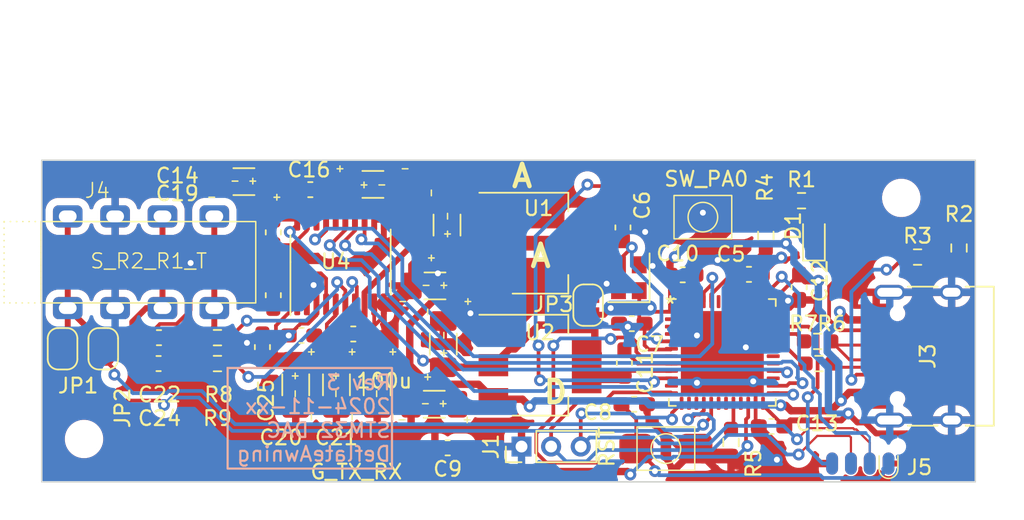
<source format=kicad_pcb>
(kicad_pcb (version 20240108) (generator "pcbnew") (generator_version "8.0")
  (title_block (date "2024-11-xx") (rev "Rev 3-dev"))
  (layers (0 "F.Cu" signal) (31 "B.Cu" signal) (34 "B.Paste" user) (35 "F.Paste" user) (36 "B.SilkS" user "B.Silkscreen") (37 "F.SilkS" user "F.Silkscreen") (38 "B.Mask" user) (39 "F.Mask" user) (44 "Edge.Cuts" user))
  (net 0 "")
  (net 1 "+5V")
  (net 2 "+3.3VA")
  (net 3 "GND")
  (net 4 "+3.3V")
  (net 5 "/microcontroller_sheet/NRST")
  (net 6 "/dac_sheet/LDOO_PIN")
  (net 7 "/microcontroller_sheet/UART_TX_MISO")
  (net 8 "/microcontroller_sheet/UART_RX_MOSI")
  (net 9 "/microcontroller_sheet/SWCLK")
  (net 10 "/microcontroller_sheet/SWDIO")
  (net 11 "/microcontroller_sheet/USB_DP")
  (net 12 "/microcontroller_sheet/USB_DN")
  (net 13 "/dac_sheet/LRCK")
  (net 14 "/dac_sheet/BCK")
  (net 15 "/dac_sheet/DIN")
  (net 16 "/dac_sheet/MUTE_CONTROL")
  (net 17 "/dac_sheet/JACK_MIC")
  (net 18 "/microcontroller_sheet/MIC_IN_1")
  (net 19 "/microcontroller_sheet/MIC_IN_2")
  (net 20 "Net-(U3-BOOT0)")
  (net 21 "Net-(U3-PH0)")
  (net 22 "Net-(U3-PH1)")
  (net 23 "Net-(U3-VCAP1)")
  (net 24 "Net-(U4-CAPM)")
  (net 25 "Net-(U4-CAPP)")
  (net 26 "Net-(U4-VNEG)")
  (net 27 "Net-(C22-Pad1)")
  (net 28 "Net-(C24-Pad1)")
  (net 29 "Net-(D1-A)")
  (net 30 "Net-(J3-CC1)")
  (net 31 "Net-(J3-CC2)")
  (net 34 "Net-(U3-PB2)")
  (net 35 "Net-(U3-PA11)")
  (net 36 "Net-(U3-PA12)")
  (net 37 "Net-(U4-OUTL)")
  (net 38 "Net-(U4-OUTR)")
  (net 39 "Net-(U3-PA0)")
  (footprint "Crystal:Crystal_SMD_2520-4Pin_2.5x2.0mm" (layer "F.Cu") (at 135.5 93.2 90)
    (property "Reference" "Y1" (hide yes))
    (property "Value" "25MHz, 9pF")
  )
  (footprint "0_project_fp_lib:C_1206_3216Metric_Pad1.33x1.80mm_HandSolder_Polar" (layer "F.Cu") (at 123.2175 89.6375 90)
    (property "Reference" "C2" (hide yes))
    (property "Value" "10u")
  )
  (footprint "Resistor_SMD:R_0603_1608Metric_Pad0.98x0.95mm_HandSolder" (layer "F.Cu") (at 157.8 91.1875 90)
    (property "Reference" "R2")
    (property "Value" "5.1k")
  )
  (footprint "Capacitor_SMD:C_0603_1608Metric_Pad1.08x0.95mm_HandSolder" (layer "F.Cu") (at 103.7625 97.25 180)
    (property "Reference" "C22")
    (property "Value" "2.2u")
  )
  (footprint "0_project_fp_lib:3.5mmHeadphoneTRRS_THT" (layer "F.Cu") (at 103.05 92.15)
    (property "Reference" "J4")
    (property "Value" "AudioJack4")
  )
  (footprint "Resistor_SMD:R_0603_1608Metric_Pad0.98x0.95mm_HandSolder" (layer "F.Cu") (at 148.25 97.5)
    (property "Reference" "R7")
    (property "Value" "10")
  )
  (footprint "Capacitor_SMD:C_0603_1608Metric_Pad1.08x0.95mm_HandSolder" (layer "F.Cu") (at 139.1375 93)
    (property "Reference" "C10")
    (property "Value" "0.1u")
  )
  (footprint "Package_TO_SOT_SMD:SOT-223-3_TabPin2" (layer "F.Cu") (at 129.5 99.11)
    (property "Reference" "U2")
    (property "Value" "AP1117-33")
  )
  (footprint "0_project_fp_lib:C_1206_3216Metric_Pad1.33x1.80mm_HandSolder_Polar" (layer "F.Cu") (at 122.355 101.75 180)
    (property "Reference" "C3" (hide yes))
    (property "Value" "10u")
  )
  (footprint "Capacitor_SMD:C_0603_1608Metric_Pad1.08x0.95mm_HandSolder" (layer "F.Cu") (at 111.485 90.13 -90)
    (property "Reference" "C14")
    (property "Value" "0.1u")
  )
  (footprint "Resistor_SMD:R_0603_1608Metric_Pad0.98x0.95mm_HandSolder" (layer "F.Cu") (at 155 91.8)
    (property "Reference" "R3")
    (property "Value" "5.1k")
  )
  (footprint "Capacitor_SMD:C_0603_1608Metric_Pad1.08x0.95mm_HandSolder" (layer "F.Cu") (at 113.985 87.2425 180)
    (property "Reference" "C16")
    (property "Value" "0.1u")
  )
  (footprint "0_project_fp_lib:PushButtonSMD_2.93x3.9" (layer "F.Cu") (at 138 104.75)
    (property "Reference" "SW1" (hide yes))
    (property "Value" "SW_Push")
  )
  (footprint "0_project_fp_lib:C_1206_3216Metric_Pad1.33x1.80mm_HandSolder_Polar" (layer "F.Cu") (at 109.5 86.7 180)
    (property "Reference" "C15" (hide yes))
    (property "Value" "10u")
  )
  (footprint "Resistor_SMD:R_0603_1608Metric_Pad0.98x0.95mm_HandSolder" (layer "F.Cu") (at 107.7125 97.25 180)
    (property "Reference" "R8")
    (property "Value" "470")
  )
  (footprint "Connector_PinHeader_2.00mm:PinHeader_1x03_P2.00mm_Vertical" (layer "F.Cu") (at 128.25 104.61 90)
    (property "Reference" "J1")
    (property "Value" "Conn_01x03")
  )
  (footprint "Package_DFN_QFN:QFN-48-1EP_7x7mm_P0.5mm_EP5.6x5.6mm" (layer "F.Cu") (at 141.8125 98.25)
    (property "Reference" "U3" (hide yes))
    (property "Value" "STM32F411CEUx")
  )
  (footprint "LED_SMD:LED_0603_1608Metric_Pad1.05x0.95mm_HandSolder" (layer "F.Cu") (at 148 90.375 90)
    (property "Reference" "D1")
    (property "Value" "LED")
  )
  (footprint "Connector_USB:USB_C_Receptacle_HRO_TYPE-C-31-M-12" (layer "F.Cu") (at 156.25 98.5 90)
    (property "Reference" "J3")
    (property "Value" "USB_C_Receptacle_USB2.0")
  )
  (footprint "Capacitor_SMD:C_0603_1608Metric_Pad1.08x0.95mm_HandSolder" (layer "F.Cu") (at 110.75 97.8875 90)
    (property "Reference" "C25")
    (property "Value" "0.1u")
  )
  (footprint "Resistor_SMD:R_0603_1608Metric_Pad0.98x0.95mm_HandSolder" (layer "F.Cu") (at 142.4 104.3375 90)
    (property "Reference" "R5")
    (property "Value" "10k")
  )
  (footprint "Capacitor_SMD:C_0603_1608Metric_Pad1.08x0.95mm_HandSolder" (layer "F.Cu") (at 135.2 98.9625 90)
    (property "Reference" "C11")
    (property "Value" "0.1u")
  )
  (footprint "Capacitor_SMD:C_0603_1608Metric_Pad1.08x0.95mm_HandSolder" (layer "F.Cu") (at 135.1 89.8 -90)
    (property "Reference" "C6")
    (property "Value" "12p")
  )
  (footprint "Resistor_SMD:R_0603_1608Metric_Pad0.98x0.95mm_HandSolder" (layer "F.Cu") (at 144.75 90.3375 -90)
    (property "Reference" "R4")
    (property "Value" "10k")
  )
  (footprint "Capacitor_SMD:C_0603_1608Metric_Pad1.08x0.95mm_HandSolder" (layer "F.Cu") (at 135.7 96.3)
    (property "Reference" "C7")
    (property "Value" "12p")
  )
  (footprint "0_project_fp_lib:C_1206_3216Metric_Pad1.33x1.80mm_HandSolder_Polar" (layer "F.Cu") (at 118.5 100.4375 -90)
    (property "Reference" "C18" (hide yes))
    (property "Value" "100u")
  )
  (footprint "Resistor_SMD:R_0603_1608Metric_Pad0.98x0.95mm_HandSolder" (layer "F.Cu") (at 148.3375 99)
    (property "Reference" "R6")
    (property "Value" "10")
  )
  (footprint "Capacitor_SMD:C_0603_1608Metric_Pad1.08x0.95mm_HandSolder" (layer "F.Cu") (at 116.8875 97)
    (property "Reference" "C21")
    (property "Value" "0.1u")
  )
  (footprint "0_project_fp_lib:C_1206_3216Metric_Pad1.33x1.80mm_HandSolder_Polar" (layer "F.Cu") (at 118.2125 86.8875)
    (property "Reference" "C17" (hide yes))
    (property "Value" "10u")
  )
  (footprint "0_project_fp_lib:C_1206_3216Metric_Pad1.33x1.80mm_HandSolder_Polar" (layer "F.Cu") (at 113 100.4375 -90)
    (property "Reference" "C26" (hide yes))
    (property "Value" "10u")
  )
  (footprint "Capacitor_SMD:C_0603_1608Metric_Pad1.08x0.95mm_HandSolder" (layer "F.Cu") (at 135.8625 101.75 180)
    (property "Reference" "C8")
    (property "Value" "0.1u")
  )
  (footprint "Jumper:SolderJumper-2_P1.3mm_Open_RoundedPad1.0x1.5mm" (layer "F.Cu") (at 100 98 90)
    (property "Reference" "JP2")
    (property "Value" "SolderJumper_2_Open")
  )
  (footprint "MountingHole:MountingHole_2.2mm_M2" (layer "F.Cu") (at 98.7 104.1)
    (property "Reference" "H1" (hide yes))
    (property "Value" "MountingHole")
  )
  (footprint "Capacitor_SMD:C_0603_1608Metric_Pad1.08x0.95mm_HandSolder" (layer "F.Cu") (at 147 93.8375 -90)
    (property "Reference" "C12")
    (property "Value" "0.1u")
  )
  (footprint "Resistor_SMD:R_0603_1608Metric_Pad0.98x0.95mm_HandSolder" (layer "F.Cu") (at 147.1625 87.99)
    (property "Reference" "R1")
    (property "Value" "5k1")
  )
  (footprint "Jumper:SolderJumper-2_P1.3mm_Open_RoundedPad1.0x1.5mm" (layer "F.Cu") (at 132.75 95.05 -90)
    (property "Reference" "JP3")
    (property "Value" "SolderJumper_2_Open")
  )
  (footprint "Capacitor_SMD:C_0603_1608Metric_Pad1.08x0.95mm_HandSolder" (layer "F.Cu") (at 111.485 94.38 90)
    (property "Reference" "C19")
    (property "Value" "2.2u")
  )
  (footprint "0_project_fp_lib:PushButtonSMD_2.93x3.9" (layer "F.Cu") (at 140.5 89.1)
    (property "Reference" "SW2" (hide yes))
    (property "Value" "SW_Push")
  )
  (footprint "Capacitor_SMD:C_0603_1608Metric_Pad1.08x0.95mm_HandSolder" (layer "F.Cu") (at 145.1375 103.25 180)
    (property "Reference" "C13")
    (property "Value" "0.1u")
  )
  (footprint "0_project_fp_lib:C_1206_3216Metric_Pad1.33x1.80mm_HandSolder_Polar" (layer "F.Cu") (at 115.75 100.4375 -90)
    (property "Reference" "C23" (hide yes))
    (property "Value" "10u")
  )
  (footprint "Jumper:SolderJumper-2_P1.3mm_Open_RoundedPad1.0x1.5mm" (layer "F.Cu") (at 97.25 98 90)
    (property "Reference" "JP1")
    (property "Value" "SolderJumper_2_Open")
  )
  (footprint "Resistor_SMD:R_0603_1608Metric_Pad0.98x0.95mm_HandSolder" (layer "F.Cu") (at 107.7125 99 180)
    (property "Reference" "R9")
    (property "Value" "470")
  )
  (footprint "Package_SO:TSSOP-20_4.4x6.5mm_P0.65mm" (layer "F.Cu") (at 116.025 92.1375 90)
    (property "Reference" "U4")
    (property "Value" "PCM5102A")
  )
  (footprint "0_project_fp_lib:C_1206_3216Metric_Pad1.33x1.80mm_HandSolder_Polar" (layer "F.Cu") (at 122.9675 97.6875 90)
    (property "Reference" "C4" (hide yes))
    (property "Value" "10u")
  )
  (footprint "0_project_fp_lib:C_1206_3216Metric_Pad1.33x1.80mm_HandSolder_Polar" (layer "F.Cu") (at 122.405 93.75 180)
    (property "Reference" "C1" (hide yes))
    (property "Value" "10u")
  )
  (footprint "Capacitor_SMD:C_0603_1608Metric_Pad1.08x0.95mm_HandSolder" (layer "F.Cu") (at 143.6125 92.97 180)
    (property "Reference" "C5")
    (property "Value" "0.1u")
  )
  (footprint "Package_TO_SOT_SMD:SOT-223-3_TabPin2" (layer "F.Cu") (at 129.5 90.86)
    (property "Reference" "U1")
    (property "Value" "AP1117-33")
  )
  (footprint "Capacitor_SMD:C_0603_1608Metric_Pad1.08x0.95mm_HandSolder" (layer "F.Cu") (at 103.7375 99 180)
    (property "Reference" "C24")
    (property "Value" "2.2u")
  )
  (footprint "Capacitor_SMD:C_0603_1608Metric_Pad1.08x0.95mm_HandSolder" (layer "F.Cu") (at 123.2625 104.7 180)
    (property "Reference" "C9")
    (property "Value" "2.2u")
  )
  (footprint "0_project_fp_lib:SOIC_clipProgSmall" (layer "F.Cu") (at 151.135 106.51)
    (property "Reference" "J5")
    (property "Value" "Conn_01x08")
  )
  (footprint "Capacitor_SMD:C_0603_1608Metric_Pad1.08x0.95mm_HandSolder" (layer "F.Cu") (at 113.3875 97.1 180)
    (property "Reference" "C20")
    (property "Value" "2.2u")
  )
  (footprint "MountingHole:MountingHole_2.2mm_M2" (layer "F.Cu") (at 153.9 87.8)
    (property "Reference" "H2" (hide yes))
    (property "Value" "MountingHole")
  )
  (gr_rect (start 108.4 99.3) (end 119.5 106.1) (stroke (width 0.15)) (fill none) (layer "B.SilkS"))
  (gr_rect (start 95.85 85.25) (end 158.9 107) (stroke (width 0.1)) (fill none) (layer "Edge.Cuts"))
  (gr_text "Rev 3\n2024-11-xx\nSTM32 DAC\nDeflateAwning" (at 119.5 105.7 0) (layer "B.SilkS") (effects (font (size 1 1)) (justify left bottom mirror)))
  (gr_text "A" (at 128.7 92.6 0) (layer "F.SilkS") (effects (font (size 1.5 1.5) (thickness 0.3) (bold yes)) (justify left bottom)))
  (gr_text "D" (at 129.6 101.8 0) (layer "F.SilkS") (effects (font (size 1.5 1.5) (thickness 0.3) (bold yes)) (justify left bottom)))
  (gr_text "RST" (at 134.6 106.1 90) (layer "F.SilkS") (effects (font (size 1 1)) (justify left bottom)))
  (gr_text "G_TX_RX" (at 113.9 106.9 0) (layer "F.SilkS") (effects (font (size 1 1)) (justify left bottom)))
  (gr_text "SW_PA0" (at 137.8 87.1 0) (layer "F.SilkS") (effects (font (size 1 1)) (justify left bottom)))
  (gr_text "*" (at 138.3 95 0) (layer "F.SilkS") (effects (font (size 1 1))))
  (gr_text "100u" (at 117 100.75 0) (layer "F.SilkS") (effects (font (size 1 1)) (justify left bottom)))
  (gr_text "A" (at 127.45 87.2 0) (layer "F.SilkS") (effects (font (size 1.5 1.5) (thickness 0.3) (bold yes)) (justify left bottom)))
  (segment (start 146.090854 101.8245) (end 146.456354 102.19) (width 0.5) (layer "F.Cu") (net 1))
  (segment (start 123.9675 93.75) (end 125.76 93.75) (width 0.5) (layer "F.Cu") (net 1))
  (segment (start 126.35 101.41) (end 128.31 101.41) (width 0.5) (layer "F.Cu") (net 1))
  (segment (start 146.456354 102.19) (end 149.139516 102.19) (width 0.5) (layer "F.Cu") (net 1))
  (segment (start 149.139516 102.19) (end 149.829516 101.5) (width 0.5) (layer "F.Cu") (net 1))
  (segment (start 150.3 96.05) (end 152.205 96.05) (width 0.5) (layer "F.Cu") (net 1))
  (segment (start 126.35 101.41) (end 125.34 100.4) (width 0.5) (layer "F.Cu") (net 1))
  (segment (start 120.7 99.102082) (end 120.7 96.333122) (width 0.5) (layer "F.Cu") (net 1))
  (segment (start 128.31 101.41) (end 128.8 101.9) (width 0.5) (layer "F.Cu") (net 1))
  (segment (start 121.997918 100.4) (end 120.7 99.102082) (width 0.5) (layer "F.Cu") (net 1))
  (segment (start 126.01 101.75) (end 126.35 101.41) (width 0.5) (layer "F.Cu") (net 1))
  (segment (start 149.829516 101.5) (end 150.379516 100.95) (width 0.5) (layer "F.Cu") (net 1))
  (segment (start 125.76 93.75) (end 126.35 93.16) (width 0.5) (layer "F.Cu") (net 1))
  (segment (start 123.9175 101.75) (end 126.01 101.75) (width 0.5) (layer "F.Cu") (net 1))
  (segment (start 149.75 95.5) (end 150.3 96.05) (width 0.5) (layer "F.Cu") (net 1))
  (segment (start 120.7 96.333122) (end 123.283122 93.75) (width 0.5) (layer "F.Cu") (net 1))
  (segment (start 125.34 100.4) (end 121.997918 100.4) (width 0.5) (layer "F.Cu") (net 1))
  (segment (start 145.75 101.8245) (end 146.090854 101.8245) (width 0.5) (layer "F.Cu") (net 1))
  (segment (start 150.379516 100.95) (end 152.205 100.95) (width 0.5) (layer "F.Cu") (net 1))
  (segment (start 123.283122 93.75) (end 123.9675 93.75) (width 0.5) (layer "F.Cu") (net 1))
  (via (at 145.75 101.8245) (size 0.8) (drill 0.4) (layers "F.Cu" "B.Cu") (net 1))
  (via (at 149.829516 101.5) (size 0.8) (drill 0.4) (layers "F.Cu" "B.Cu") (net 1))
  (via (at 128.8 101.9) (size 0.8) (drill 0.4) (layers "F.Cu" "B.Cu") (net 1))
  (via (at 149.75 95.5) (size 0.8) (drill 0.4) (layers "F.Cu" "B.Cu") (net 1))
  (segment (start 149.680016 98.980892) (end 149.680016 101.3505) (width 0.5) (layer "B.Cu") (net 1))
  (segment (start 129.1745 101.5255) (end 128.8 101.9) (width 0.5) (layer "B.Cu") (net 1))
  (segment (start 145.75 101.8245) (end 145.726 101.8005) (width 0.5) (layer "B.Cu") (net 1))
  (segment (start 149.75 96.142032) (end 148.9 96.992032) (width 0.5) (layer "B.Cu") (net 1))
  (segment (start 149.680016 101.3505) (end 149.829516 101.5) (width 0.5) (layer "B.Cu") (net 1))
  (segment (start 145.726 101.8005) (end 136.9 101.8005) (width 0.5) (layer "B.Cu") (net 1))
  (segment (start 149.75 95.5) (end 149.75 96.142032) (width 0.5) (layer "B.Cu") (net 1))
  (segment (start 136.9 101.8005) (end 136.625 101.5255) (width 0.5) (layer "B.Cu") (net 1))
  (segment (start 148.9 96.992032) (end 148.9 98.200875) (width 0.5) (layer "B.Cu") (net 1))
  (segment (start 136.625 101.5255) (end 129.1745 101.5255) (width 0.5) (layer "B.Cu") (net 1))
  (segment (start 148.9 98.200875) (end 149.680016 98.980892) (width 0.5) (layer "B.Cu") (net 1))
  (segment (start 111.6625 96.4375) (end 111.6625 98.3125) (width 0.25) (layer "F.Cu") (net 2))
  (segment (start 117.65 95) (end 117.65 95.797378) (width 0.4) (layer "F.Cu") (net 2))
  (segment (start 111.6625 98.3125) (end 112.225 98.875) (width 0.25) (layer "F.Cu") (net 2))
  (segment (start 132.65 90.86) (end 132.65 94.3) (width 1) (layer "F.Cu") (net 2))
  (segment (start 132.65 90.86) (end 126.35 90.86) (width 1) (layer "F.Cu") (net 2))
  (segment (start 112.225 98.875) (end 113 98.875) (width 0.25) (layer "F.Cu") (net 2))
  (segment (start 126.35 90.86) (end 123.5575 90.86) (width 1) (layer "F.Cu") (net 2))
  (segment (start 126.01 91.2) (end 126.35 90.86) (width 0.5) (layer "F.Cu") (net 2))
  (segment (start 116.025 97) (end 116.025 98.65) (width 1) (layer "F.Cu") (net 2))
  (segment (start 116.025 98.65) (end 116.25 98.875) (width 1) (layer "F.Cu") (net 2))
  (segment (start 117.309878 96.1375) (end 116.8875 96.1375) (width 0.4) (layer "F.Cu") (net 2))
  (segment (start 112.875 98.75) (end 113 98.875) (width 1) (layer "F.Cu") (net 2))
  (segment (start 117.65 94.202622) (end 120.652622 91.2) (width 0.4) (layer "F.Cu") (net 2))
  (segment (start 132.65 94.3) (end 132.75 94.4) (width 1) (layer "F.Cu") (net 2))
  (segment (start 117.65 95) (end 117.65 94.202622) (width 0.4) (layer "F.Cu") (net 2))
  (segment (start 118.5 98.875) (end 115.75 98.875) (width 1) (layer "F.Cu") (net 2))
  (segment (start 113.1 95) (end 111.6625 96.4375) (width 0.25) (layer "F.Cu") (net 2))
  (segment (start 116.8875 96.1375) (end 116.025 97) (width 0.4) (layer "F.Cu") (net 2))
  (segment (start 110.75 98.75) (end 112.875 98.75) (width 1) (layer "F.Cu") (net 2))
  (segment (start 117.65 95.797378) (end 117.309878 96.1375) (width 0.4) (layer "F.Cu") (net 2))
  (segment (start 120.652622 91.2) (end 123.2175 91.2) (width 0.4) (layer "F.Cu") (net 2))
  (segment (start 123.5575 90.86) (end 123.2175 91.2) (width 0.5) (layer "F.Cu") (net 2))
  (segment (start 113 98.875) (end 116.25 98.875) (width 1) (layer "F.Cu") (net 2))
  (segment (start 146.2 95.3) (end 146.0125 95.4875) (width 0.25) (layer "F.Cu") (net 3))
  (segment (start 134.8 94.075) (end 134.475 94.075) (width 0.25) (layer "F.Cu") (net 3))
  (segment (start 113.325 96.3) (end 112.525 97.1) (width 0.25) (layer "F.Cu") (net 3))
  (segment (start 110.281014 97.025) (end 109.705222 97.600792) (width 0.25) (layer "F.Cu") (net 3))
  (segment (start 124.275 96.125) (end 124.8 95.6) (width 0.25) (layer "F.Cu") (net 3))
  (segment (start 139.5625 96) (end 140.1 96.5375) (width 0.25) (layer "F.Cu") (net 3))
  (segment (start 139.5625 94.8125) (end 139.5625 96) (width 0.25) (layer "F.Cu") (net 3))
  (segment (start 144.275 103.25) (end 144.0625 103.0375) (width 0.25) (layer "F.Cu") (net 3))
  (segment (start 110.75 97.025) (end 110.281014 97.025) (width 0.25) (layer "F.Cu") (net 3))
  (segment (start 147 94.7) (end 146.4 95.3) (width 0.25) (layer "F.Cu") (net 3))
  (segment (start 118.95 95) (end 119.5925 95) (width 1) (layer "F.Cu") (net 3))
  (segment (start 140.1 97.1) (end 140.6625 97.1) (width 0.25) (layer "F.Cu") (net 3))
  (segment (start 139.5625 93.4375) (end 139.5625 94.8125) (width 0.25) (layer "F.Cu") (net 3))
  (segment (start 115.7 89.275) (end 115.7 88.537501) (width 0.25) (layer "F.Cu") (net 3))
  (segment (start 143.7625 100.2) (end 141.8125 98.25) (width 0.25) (layer "F.Cu") (net 3))
  (segment (start 142.825 105.675) (end 145.325 105.675) (width 1) (layer "F.Cu") (net 3))
  (segment (start 118.95 95.8) (end 118.95 95) (width 0.25) (layer "F.Cu") (net 3))
  (segment (start 144.0625 96) (end 141.8125 98.25) (width 0.25) (layer "F.Cu") (net 3))
  (segment (start 118.3 96.45) (end 118.3 95) (width 0.25) (layer "F.Cu") (net 3))
  (segment (start 113.75 87.87) (end 113.75 89.275) (width 0.25) (layer "F.Cu") (net 3))
  (segment (start 140.5 105.25) (end 140 104.75) (width 1) (layer "F.Cu") (net 3))
  (segment (start 117.75 97) (end 118.3 96.45) (width 0.25) (layer "F.Cu") (net 3))
  (segment (start 136.1 99) (end 138.375 99) (width 0.25) (layer "F.Cu") (net 3))
  (segment (start 137.025 92.325) (end 137.1 92.4) (width 0.25) (layer "F.Cu") (net 3))
  (segment (start 103.825 96.325) (end 104.95 96.325) (width 0.25) (layer "F.Cu") (net 3))
  (segment (start 146.4 95.3) (end 146.2 95.3) (width 0.25) (layer "F.Cu") (net 3))
  (segment (start 140 93) (end 140 92.25) (width 0.5) (layer "F.Cu") (net 3))
  (segment (start 136.2 92.325) (end 137.025 92.325) (width 0.25) (layer "F.Cu") (net 3))
  (segment (start 143.9 100.2) (end 143.7625 100.2) (width 0.25) (layer "F.Cu") (net 3))
  (segment (start 134.475 94.075) (end 134 93.6) (width 0.25) (layer "F.Cu") (net 3))
  (segment (start 115.7 88.537501) (end 116.037501 88.2) (width 0.25) (layer "F.Cu") (net 3))
  (segment (start 116.037501 88.2) (end 118.4625 88.2) (width 0.25) (layer "F.Cu") (net 3))
  (segment (start 114.4 95) (end 114.4 93.887902) (width 0.25) (layer "F.Cu") (net 3))
  (segment (start 145.5 105.5) (end 145.5 104.867579) (width 1) (layer "F.Cu") (net 3))
  (segment (start 145.5 104.867579) (end 144.275 103.642579) (width 1) (layer "F.Cu") (net 3))
  (segment (start 122.9675 96.125) (end 124.275 96.125) (width 0.25) (layer "F.Cu") (net 3))
  (segment (start 113.75 89.275) (end 113.75 90.012499) (width 0.25) (layer "F.Cu") (net 3))
  (segment (start 141.0625 99) (end 141.8125 98.25) (width 0.25) (layer "F.Cu") (net 3))
  (segment (start 114.4 93.887902) (end 114.206049 93.693951) (width 0.25) (layer "F.Cu") (net 3))
  (segment (start 117.75 97) (end 118.95 95.8) (width 0.25) (layer "F.Cu") (net 3))
  (segment (start 136.725 101.75) (end 136.725 102.618) (width 0.25) (layer "F.Cu") (net 3))
  (segment (start 113.1225 87.2425) (end 113.75 87.87) (width 0.25) (layer "F.Cu") (net 3))
  (segment (start 135.425 96.511613) (end 135.213387 96.3) (width 0.25) (layer "F.Cu") (net 3))
  (segment (start 145.73724 96) (end 145.25 96) (width 0.25) (layer "F.Cu") (net 3))
  (segment (start 138.375 99) (end 141.0625 99) (width 0.25) (layer "F.Cu") (net 3))
  (segment (start 142.4 105.25) (end 140.5 105.25) (width 1) (layer "F.Cu") (net 3))
  (segment (start 142.5 89.75) (end 142.5 89.1) (width 0.5) (layer "F.Cu") (net 3))
  (segment (start 140 104.75) (end 140.3125 104.4375) (width 0.25) (layer "F.Cu") (net 3))
  (segment (start 123.2175 88.075) (end 125.865 88.075) (width 1) (layer "F.Cu") (net 3))
  (segment (start 144.0625 101.6875) (end 144.0625 100.5) (width 0.25) (layer "F.Cu") (net 3))
  (segment (start 138.857 104.75) (end 140 104.75) (width 0.25) (layer "F.Cu") (net 3))
  (segment (start 142.4 105.25) (end 142.825 105.675) (width 1) (layer "F.Cu") (net 3))
  (segment (start 118.95 87.7125) (end 119.775 86.8875) (width 0.25) (layer "F.Cu") (net 3))
  (segment (start 135.213387 96.3) (end 134.8375 96.3) (width 0.25) (layer "F.Cu") (net 3))
  (segment (start 125.865 88.075) (end 126.35 88.56) (width 1) (layer "F.Cu") (net 3))
  (segment (start 114.4 95) (end 114.4 95.737499) (width 0.25) (layer "F.Cu") (net 3))
  (segment (start 145.619502 91.825498) (end 144.475 92.97) (width 0.4) (layer "F.Cu") (net 3))
  (segment (start 145.325 105.675) (end 145.5 105.5) (width 1) (layer "F.Cu") (net 3))
  (segment (start 143.9 100.3375) (end 143.9 100.2) (width 0.25) (layer "F.Cu") (net 3))
  (segment (start 146.950201 94.749799) (end 147 94.7) (width 0.4) (layer "F.Cu") (net 3))
  (segment (start 102.9 97.25) (end 103.825 96.325) (width 0.25) (layer "F.Cu") (net 3))
  (segment (start 118.4625 88.2) (end 119.775 86.8875) (width 0.25) (layer "F.Cu") (net 3))
  (segment (start 118.95 89.275) (end 118.95 87.7125) (width 0.25) (layer "F.Cu") (net 3))
  (segment (start 120.8425 93.75) (end 121.75 93.75) (width 0.25) (layer "F.Cu") (net 3))
  (segment (start 144.0625 100.5) (end 143.9 100.3375) (width 0.25) (layer "F.Cu") (net 3))
  (segment (start 114.4 95.737499) (end 113.837499 96.3) (width 0.25) (layer "F.Cu") (net 3))
  (segment (start 144.0625 103.0375) (end 144.0625 101.6875) (width 0.25) (layer "F.Cu") (net 3))
  (segment (start 118.3 88.3625) (end 119.775 86.8875) (width 0.25) (layer "F.Cu") (net 3))
  (segment (start 113.837499 96.3) (end 113.325 96.3) (width 0.25) (layer "F.Cu") (net 3))
  (segment (start 140.6625 97.1) (end 141.8125 98.25) (width 0.25) (layer "F.Cu") (net 3))
  (segment (start 140 92.25) (end 142.5 89.75) (width 0.5) (layer "F.Cu") (net 3))
  (segment (start 119.5925 95) (end 120.8425 93.75) (width 1) (layer "F.Cu") (net 3))
  (segment (start 146.0125 95.72474) (end 145.73724 96) (width 0.25) (layer "F.Cu") (net 3))
  (segment (start 144.275 103.642579) (end 144.275 103.25) (width 1) (layer "F.Cu") (net 3))
  (segment (start 136.725 102.618) (end 138.857 104.75) (width 0.25) (layer "F.Cu") (net 3))
  (segment (start 146.0125 95.4875) (end 146.0125 95.72474) (width 0.25) (layer "F.Cu") (net 3))
  (segment (start 140.1 96.5375) (end 140.1 97.1) (width 0.25) (layer "F.Cu") (net 3))
  (segment (start 146.249799 94.749799) (end 146.950201 94.749799) (width 0.4) (layer "F.Cu") (net 3))
  (segment (start 104.95 96.325) (end 105.9 95.375) (width 0.25) (layer "F.Cu") (net 3))
  (segment (start 112.769999 90.9925) (end 111.485 90.9925) (width 0.25) (layer "F.Cu") (net 3))
  (segment (start 121.75 93.75) (end 122.6 92.9) (width 0.25) (layer "F.Cu") (net 3))
  (segment (start 113.75 90.012499) (end 112.769999 90.9925) (width 0.25) (layer "F.Cu") (net 3))
  (segment (start 145.8005 91.825498) (end 145.619502 91.825498) (width 0.4) (layer "F.Cu") (net 3))
  (segment (start 145.25 96) (end 144.0625 96) (width 0.25) (layer "F.Cu") (net 3))
  (segment (start 105.9 95.375) (end 105.9 92.2) (width 0.25) (layer "F.Cu") (net 3))
  (segment (start 135.2 98.1) (end 136.1 99) (width 0.25) (layer "F.Cu") (net 3))
  (segment (start 118.3 89.275) (end 118.3 88.3625) (width 0.25) (layer "F.Cu") (net 3))
  (segment (start 140 93) (end 139.5625 93.4375) (width 0.25) (layer "F.Cu") (net 3))
  (via (at 146.249799 94.749799) (size 0.8) (drill 0.4) (layers "F.Cu" "B.Cu") (net 3))
  (via (at 135.425 96.511613) (size 0.8) (drill 0.4) (layers "F.Cu" "B.Cu") (net 3))
  (via (at 145.8005 91.825498) (size 0.8) (drill 0.4) (layers "F.Cu" "B.Cu") (net 3))
  (via (at 114.206049 93.693951) (size 0.8) (drill 0.4) (layers "F.Cu" "B.Cu") (net 3))
  (via (at 124.8 95.6) (size 0.8) (drill 0.4) (layers "F.Cu" "B.Cu") (net 3))
  (via (at 134 93.6) (size 0.8) (drill 0.4) (layers "F.Cu" "B.Cu") (net 3))
  (via (at 105.9 92.2) (size 0.8) (drill 0.4) (layers "F.Cu" "B.Cu") (net 3))
  (via (at 140.1 97.1) (size 0.8) (drill 0.4) (layers "F.Cu" "B.Cu") (net 3))
  (via (at 140.1 100.3) (size 0.8) (drill 0.4) (layers "F.Cu" "B.Cu") (net 3))
  (via (at 141.5 92) (size 0.8) (drill 0.4) (layers "F.Cu" "B.Cu") (net 3))
  (via (at 143.4 97.9) (size 0.8) (drill 0.4) (layers "F.Cu" "B.Cu") (net 3))
  (via (at 136.6 90.1) (size 0.8) (drill 0.4) (layers "F.Cu" "B.Cu") (net 3))
  (via (at 145.5 105.5) (size 0.8) (drill 0.4) (layers "F.Cu" "B.Cu") (net 3))
  (via (at 112.525 97.1) (size 0.8) (drill 0.4) (layers "F.Cu" "B.Cu") (net 3))
  (via (at 137.1 92.4) (size 0.8) (drill 0.4) (layers "F.Cu" "B.Cu") (net 3))
  (via (at 143.9 100.2) (size 0.8) (drill 0.4) (layers "F.Cu" "B.Cu") (net 3))
  (via (at 122.6 92.9) (size 0.8) (drill 0.4) (layers "F.Cu" "B.Cu") (net 3))
  (via (at 140.5 88.8) (size 0.8) (drill 0.4) (layers "F.Cu" "B.Cu") (net 3))
  (via (at 109.705222 97.600792) (size 0.8) (drill 0.4) (layers "F.Cu" "B.Cu") (net 3))
  (segment (start 133.611613 96.511613) (end 133.4 96.3) (width 0.25) (layer "B.Cu") (net 3))
  (segment (start 135.425 96.511613) (end 133.611613 96.511613) (width 0.25) (layer "B.Cu") (net 3))
  (segment (start 150.321248 102.370749) (end 150.930499 102.98) (width 0.4) (layer "F.Cu") (net 4))
  (segment (start 127.45 98.01) (end 127.8 98.01) (width 0.5) (layer "F.Cu") (net 4))
  (segment (start 138.275 92.125) (end 138.275 93) (width 0.5) (layer "F.Cu") (net 4))
  (segment (start 122.5175 98.8) (end 122.9675 99.25) (width 0.25) (layer "F.Cu") (net 4))
  (segment (start 135.2 99.825) (end 133.365 99.825) (width 1) (layer "F.Cu") (net 4))
  (segment (start 150.321248 102.370749) (end 149.851997 102.84) (width 0.4) (layer "F.Cu") (net 4))
  (segment (start 146.25 90.732464) (end 146.10839 90.874074) (width 0.25) (layer "F.Cu") (net 4))
  (segment (start 138.275 93) (end 138.275 94.025) (width 0.25) (layer "F.Cu") (net 4))
  (segment (start 138.375 99.5) (end 135.525 99.5) (width 0.25) (layer "F.Cu") (net 4))
  (segment (start 133.2 98.56) (end 132.65 99.11) (width 0.5) (layer "F.Cu") (net 4))
  (segment (start 133.2 96.7) (end 130.24 96.7) (width 0.5) (layer "F.Cu") (net 4))
  (segment (start 146.25 87.99) (end 146.25 90.732464) (width 0.25) (layer "F.Cu") (net 4))
  (segment (start 138.275 93) (end 138.275 95.4) (width 0.25) (layer "F.Cu") (net 4))
  (segment (start 144.5625 101.6875) (end 144.5625 101.8125) (width 0.25) (layer "F.Cu") (net 4))
  (segment (start 133.2 96.7) (end 133.2 98.56) (width 0.5) (layer "F.Cu") (net 4))
  (segment (start 133.823192 95.7) (end 134.273764 95.249428) (width 0.4) (layer "F.Cu") (net 4))
  (segment (start 154.77 104.2) (end 154.77 105.22) (width 0.4) (layer "F.Cu") (net 4))
  (segment (start 133.2 96.15) (end 133.2 96.7) (width 0.5) (layer "F.Cu") (net 4))
  (segment (start 111.4925 89.275) (end 111.485 89.2675) (width 0.25) (layer "F.Cu") (net 4))
  (segment (start 132.75 95.7) (end 133.823192 95.7) (width 0.4) (layer "F.Cu") (net 4))
  (segment (start 130.24 96.7) (end 129.94 96.4) (width 0.5) (layer "F.Cu") (net 4))
  (segment (start 154.23 105.76) (end 153.04 105.76) (width 0.4) (layer "F.Cu") (net 4))
  (segment (start 138.275 93.485) (end 138.275 93) (width 0.5) (layer "F.Cu") (net 4))
  (segment (start 146.41 102.84) (end 146 103.25) (width 0.4) (layer "F.Cu") (net 4))
  (segment (start 137.243346 95.5) (end 136.975 95.231654) (width 0.25) (layer "F.Cu") (net 4))
  (segment (start 149.851997 102.84) (end 146.41 102.84) (width 0.4) (layer "F.Cu") (net 4))
  (segment (start 113.1 89.6) (end 112.6 90.1) (width 0.25) (layer "F.Cu") (net 4))
  (segment (start 148.3 93.4) (end 147.425 93.4) (width 0.5) (layer "F.Cu") (net 4))
  (segment (start 113.1 89.275) (end 113.1 89.6) (width 0.25) (layer "F.Cu") (net 4))
  (segment (start 121.6 98.8) (end 122.5175 98.8) (width 0.25) (layer "F.Cu") (net 4))
  (segment (start 126.35 99.11) (end 127.45 98.01) (width 0.5) (layer "F.Cu") (net 4))
  (segment (start 154.77 105.22) (end 154.23 105.76) (width 0.4) (layer "F.Cu") (net 4))
  (segment (start 147 92.975) (end 145.25 94.725) (width 0.25) (layer "F.Cu") (net 4))
  (segment (start 138.275 94.025) (end 139.0625 94.8125) (width 0.25) (layer "F.Cu") (net 4))
  (segment (start 136.957226 95.249428) (end 136.975 95.231654) (width 0.25) (layer "F.Cu") (net 4))
  (segment (start 111.0625 86.7) (end 111.0625 88.845) (width 0.25) (layer "F.Cu") (net 4))
  (segment (start 122.9675 99.25) (end 126.21 99.25) (width 0.5) (layer "F.Cu") (net 4))
  (segment (start 145.25 94.725) (end 145.25 95.5) (width 0.25) (layer "F.Cu") (net 4))
  (segment (start 144.5625 101.8125) (end 146 103.25) (width 0.25) (layer "F.Cu") (net 4))
  (segment (start 154.29 103.72) (end 154.77 104.2) (width 0.4) (layer "F.Cu") (net 4))
  (segment (start 138.375 95.5) (end 137.243346 95.5) (width 0.25) (layer "F.Cu") (net 4))
  (segment (start 147.425 93.4) (end 147 92.975) (width 0.5) (layer "F.Cu") (net 4))
  (segment (start 138.6 91.8) (end 138.275 92.125) (width 0.5) (layer "F.Cu") (net 4))
  (segment (start 129.41 96.4) (end 129.94 96.4) (width 0.5) (layer "F.Cu") (net 4))
  (segment (start 133.365 99.825) (end 132.65 99.11) (width 1) (layer "F.Cu") (net 4))
  (segment (start 135.525 99.5) (end 135.2 99.825) (width 0.25) (layer "F.Cu") (net 4))
  (segment (start 111.0625 88.845) (end 111.485 89.2675) (width 0.25) (layer "F.Cu") (net 4))
  (segment (start 132.75 95.7) (end 133.2 96.15) (width 0.5) (layer "F.Cu") (net 4))
  (segment (start 113.1 89.275) (end 111.4925 89.275) (width 0.25) (layer "F.Cu") (net 4))
  (segment (start 126.21 99.25) (end 126.35 99.11) (width 0.5) (layer "F.Cu") (net 4))
  (segment (start 152.197208 103.72) (end 154.29 103.72) (width 0.4) (layer "F.Cu") (net 4))
  (segment (start 127.8 98.01) (end 129.41 96.4) (width 0.5) (layer "F.Cu") (net 4))
  (segment (start 138.275 95.4) (end 138.375 95.5) (width 0.25) (layer "F.Cu") (net 4))
  (segment (start 151.457208 102.98) (end 152.197208 103.72) (width 0.4) (layer "F.Cu") (net 4))
  (segment (start 132.65 99.11) (end 133.435 98.325) (width 0.5) (layer "F.Cu") (net 4))
  (segment (start 150.930499 102.98) (end 151.457208 102.98) (width 0.4) (layer "F.Cu") (net 4))
  (via (at 138.6 91.8) (size 0.8) (drill 0.4) (layers "F.Cu" "B.Cu") (net 4))
  (via (at 136.975 95.231654) (size 0.8) (drill 0.4) (layers "F.Cu" "B.Cu") (net 4))
  (via (at 150.321248 102.370749) (size 0.8) (drill 0.4) (layers "F.Cu" "B.Cu") (net 4))
  (via (at 146.10839 90.874074) (size 0.8) (drill 0.4) (layers "F.Cu" "B.Cu") (net 4))
  (via (at 121.6 98.8) (size 0.8) (drill 0.4) (layers "F.Cu" "B.Cu") (net 4))
  (via (at 134.273764 95.249428) (size 0.8) (drill 0.4) (layers "F.Cu" "B.Cu") (net 4))
  (via (at 148.3 93.4) (size 0.8) (drill 0.4) (layers "F.Cu" "B.Cu") (net 4))
  (via (at 112.6 90.1) (size 0.8) (drill 0.4) (layers "F.Cu" "B.Cu") (net 4))
  (segment (start 149.183921 102.370749) (end 150.321248 102.370749) (width 0.4) (layer "B.Cu") (net 4))
  (segment (start 115.1 92.6) (end 117.4 92.6) (width 0.25) (layer "B.Cu") (net 4))
  (segment (start 147.902082 93.4) (end 148.3 93.4) (width 0.5) (layer "B.Cu") (net 4))
  (segment (start 138.6 91.8) (end 139.5 90.9) (width 0.5) (layer "B.Cu") (net 4))
  (segment (start 146.65 92.147918) (end 147.902082 93.4) (width 0.5) (layer "B.Cu") (net 4))
  (segment (start 148.980016 102.166844) (end 149.183921 102.370749) (width 0.4) (layer "B.Cu") (net 4))
  (segment (start 148.3 93.4) (end 148.3 95.348918) (width 0.5) (layer "B.Cu") (net 4))
  (segment (start 139.5 90.9) (end 146.1 90.9) (width 0.5) (layer "B.Cu") (net 4))
  (segment (start 136.875 95.249428) (end 136.875 95.231654) (width 1) (layer "B.Cu") (net 4))
  (segment (start 148.3 95.348918) (end 148.5745 95.623418) (width 0.5) (layer "B.Cu") (net 4))
  (segment (start 148.5745 95.623418) (end 148.5745 96.327582) (width 0.5) (layer "B.Cu") (net 4))
  (segment (start 148.075 98.365825) (end 148.980016 99.270841) (width 0.5) (layer "B.Cu") (net 4))
  (segment (start 148.5745 96.327582) (end 148.075 96.827082) (width 0.5) (layer "B.Cu") (net 4))
  (segment (start 117.4 92.6) (end 118 93.2) (width 0.25) (layer "B.Cu") (net 4))
  (segment (start 134.273764 95.249428) (end 136.875 95.249428) (width 1) (layer "B.Cu") (net 4))
  (segment (start 146.65 91.45) (end 146.65 92.147918) (width 0.5) (layer "B.Cu") (net 4))
  (segment (start 118 93.2) (end 118 95.2) (width 0.25) (layer "B.Cu") (net 4))
  (segment (start 148.980016 99.270841) (end 148.980016 102.166844) (width 0.5) (layer "B.Cu") (net 4))
  (segment (start 146.1 90.9) (end 146.65 91.45) (width 0.5) (layer "B.Cu") (net 4))
  (segment (start 112.6 90.1) (end 115.1 92.6) (width 0.25) (layer "B.Cu") (net 4))
  (segment (start 148.075 96.827082) (end 148.075 98.365825) (width 0.5) (layer "B.Cu") (net 4))
  (segment (start 118 95.2) (end 121.6 98.8) (width 0.25) (layer "B.Cu") (net 4))
  (segment (start 134.626306 97.334118) (end 134.722924 97.2375) (width 0.25) (layer "F.Cu") (net 5))
  (segment (start 136.3 98.5) (end 138.375 98.5) (width 0.25) (layer "F.Cu") (net 5))
  (segment (start 137.26 106.27) (end 137.325 106.205) (width 0.25) (layer "F.Cu") (net 5))
  (segment (start 136 98.2) (end 136.3 98.5) (width 0.25) (layer "F.Cu") (net 5))
  (segment (start 129.25 103.713604) (end 129.25 105.024214) (width 0.25) (layer "F.Cu") (net 5))
  (segment (start 135.677076 97.2375) (end 136 97.560424) (width 0.25) (layer "F.Cu") (net 5))
  (segment (start 134.266538 97.334118) (end 134.626306 97.334118) (width 0.25) (layer "F.Cu") (net 5))
  (segment (start 130.4 97.780595) (end 130.4 102.563604) (width 0.25) (layer "F.Cu") (net 5))
  (segment (start 137.325 106.075) (end 136 104.75) (width 0.25) (layer "F.Cu") (net 5))
  (segment (start 129.925786 105.7) (end 135.05 105.7) (width 0.25) (layer "F.Cu") (net 5))
  (segment (start 130.4 102.563604) (end 129.25 103.713604) (width 0.25) (layer "F.Cu") (net 5))
  (segment (start 129.25 105.024214) (end 129.925786 105.7) (width 0.25) (layer "F.Cu") (net 5))
  (segment (start 136 102.75) (end 135 101.75) (width 0.25) (layer "F.Cu") (net 5))
  (segment (start 135.05 105.7) (end 136 104.75) (width 0.25) (layer "F.Cu") (net 5))
  (segment (start 134.722924 97.2375) (end 135.677076 97.2375) (width 0.25) (layer "F.Cu") (net 5))
  (segment (start 136 97.560424) (end 136 98.2) (width 0.25) (layer "F.Cu") (net 5))
  (segment (start 137.325 106.205) (end 137.325 106.075) (width 0.25) (layer "F.Cu") (net 5))
  (segment (start 136 104.75) (end 136 102.75) (width 0.25) (layer "F.Cu") (net 5))
  (via (at 130.4 97.780595) (size 0.8) (drill 0.4) (layers "F.Cu" "B.Cu") (net 5))
  (via (at 137.26 106.27) (size 0.8) (drill 0.4) (layers "F.Cu" "B.Cu") (net 5))
  (via (at 134.266538 97.334118) (size 0.8) (drill 0.4) (layers "F.Cu" "B.Cu") (net 5))
  (segment (start 134.23242 97.3) (end 130.880595 97.3) (width 0.25) (layer "B.Cu") (net 5))
  (segment (start 148.615 106.735) (end 148.43 106.55) (width 0.25) (layer "B.Cu") (net 5))
  (segment (start 152.68 106.12) (end 152.68 106.43) (width 0.25) (layer "B.Cu") (net 5))
  (segment (start 152.375 106.735) (end 148.615 106.735) (width 0.25) (layer "B.Cu") (net 5))
  (segment (start 130.880595 97.3) (end 130.4 97.780595) (width 0.25) (layer "B.Cu") (net 5))
  (segment (start 134.266538 97.334118) (end 134.23242 97.3) (width 0.25) (layer "B.Cu") (net 5))
  (segment (start 137.54 106.55) (end 137.26 106.27) (width 0.25) (layer "B.Cu") (net 5))
  (segment (start 153.04 105.76) (end 152.68 106.12) (width 0.25) (layer "B.Cu") (net 5))
  (segment (start 148.43 106.55) (end 137.54 106.55) (width 0.25) (layer "B.Cu") (net 5))
  (segment (start 152.68 106.43) (end 152.375 106.735) (width 0.25) (layer "B.Cu") (net 5))
  (segment (start 114.4 89.275) (end 114.4 87.69) (width 0.25) (layer "F.Cu") (net 6))
  (segment (start 115.2025 86.8875) (end 114.8475 87.2425) (width 1) (layer "F.Cu") (net 6))
  (segment (start 114.4 87.69) (end 114.8475 87.2425) (width 0.25) (layer "F.Cu") (net 6))
  (segment (start 116.65 86.8875) (end 115.2025 86.8875) (width 1) (layer "F.Cu") (net 6))
  (segment (start 138.375 101) (end 138.325 100.95) (width 0.25) (layer "F.Cu") (net 7))
  (segment (start 133.910424 101.5) (end 132.150195 101.5) (width 0.25) (layer "F.Cu") (net 7))
  (segment (start 148.226029 103.89) (end 146.968637 105.147392) (width 0.15) (layer "F.Cu") (net 7))
  (segment (start 150.4 103.89) (end 148.226029 103.89) (width 0.15) (layer "F.Cu") (net 7))
  (segment (start 150.5 103.99) (end 150.4 103.89) (width 0.15) (layer "F.Cu") (net 7))
  (segment (start 132.150195 101.5) (end 130.25 103.400195) (width 0.25) (layer "F.Cu") (net 7))
  (segment (start 134.460424 100.95) (end 133.910424 101.5) (width 0.25) (layer "F.Cu") (net 7))
  (segment (start 130.25 103.400195) (end 130.25 104.61) (width 0.25) (layer "F.Cu") (net 7))
  (segment (start 150.5 105.76) (end 150.5 103.99) (width 0.15) (layer "F.Cu") (net 7))
  (segment (start 138.325 100.95) (end 134.460424 100.95) (width 0.25) (layer "F.Cu") (net 7))
  (via (at 146.968637 105.147392) (size 0.8) (drill 0.4) (layers "F.Cu" "B.Cu") (net 7))
  (segment (start 132.664214 105.61) (end 131.25 105.61) (width 0.25) (layer "B.Cu") (net 7))
  (segment (start 144.855305 103.83) (end 142.166396 103.83) (width 0.25) (layer "B.Cu") (net 7))
  (segment (start 131.25 105.61) (end 130.25 104.61) (width 0.25) (layer "B.Cu") (net 7))
  (segment (start 146.172697 105.147392) (end 144.855305 103.83) (width 0.25) (layer "B.Cu") (net 7))
  (segment (start 133.424214 104.85) (end 132.664214 105.61) (width 0.25) (layer "B.Cu") (net 7))
  (segment (start 142.166396 103.83) (end 141.146396 104.85) (width 0.25) (layer "B.Cu") (net 7))
  (segment (start 146.968637 105.147392) (end 146.172697 105.147392) (width 0.25) (layer "B.Cu") (net 7))
  (segment (start 141.146396 104.85) (end 133.424214 104.85) (width 0.25) (layer "B.Cu") (net 7))
  (segment (start 150.868883 103.455) (end 150.733748 103.455) (width 0.15) (layer "F.Cu") (net 8))
  (segment (start 150.733748 103.455) (end 150.648748 103.37) (width 0.15) (layer "F.Cu") (net 8))
  (segment (start 147.608926 103.37) (end 146.858926 104.12) (width 0.15) (layer "F.Cu") (net 8))
  (segment (start 138.418199 102.331801) (end 139.0625 101.6875) (width 0.25) (layer "F.Cu") (net 8))
  (segment (start 151.77 105.76) (end 151.77 104.356117) (width 0.15) (layer "F.Cu") (net 8))
  (segment (start 132.25 104.61) (end 132.25 102.4255) (width 0.25) (layer "F.Cu") (net 8))
  (segment (start 132.25 102.4255) (end 132.3 102.3755) (width 0.25) (layer "F.Cu") (net 8))
  (segment (start 138.418199 102.7755) (end 138.418199 102.331801) (width 0.25) (layer "F.Cu") (net 8))
  (segment (start 151.77 104.356117) (end 150.868883 103.455) (width 0.15) (layer "F.Cu") (net 8))
  (segment (start 150.648748 103.37) (end 147.608926 103.37) (width 0.15) (layer "F.Cu") (net 8))
  (via (at 146.858926 104.12) (size 0.8) (drill 0.4) (layers "F.Cu" "B.Cu") (net 8))
  (via (at 138.418199 102.7755) (size 0.8) (drill 0.4) (layers "F.Cu" "B.Cu") (net 8))
  (via (at 132.3 102.3755) (size 0.8) (drill 0.4) (layers "F.Cu" "B.Cu") (net 8))
  (segment (start 140.96 104.4) (end 142.15 103.21) (width 0.25) (layer "B.Cu") (net 8))
  (segment (start 135.95 102.65) (end 135.6755 102.3755) (width 0.25) (layer "B.Cu") (net 8))
  (segment (start 138.418199 102.7755) (end 138.292699 102.65) (width 0.25) (layer "B.Cu") (net 8))
  (segment (start 132.86 104) (end 137.163604 104) (width 0.25) (layer "B.Cu") (net 8))
  (segment (start 137.563604 104.4) (end 140.96 104.4) (width 0.25) (layer "B.Cu") (net 8))
  (segment (start 132.25 104.61) (end 132.86 104) (width 0.25) (layer "B.Cu") (net 8))
  (segment (start 138.292699 102.65) (end 135.95 102.65) (width 0.25) (layer "B.Cu") (net 8))
  (segment (start 145.948926 103.21) (end 146.858926 104.12) (width 0.25) (layer "B.Cu") (net 8))
  (segment (start 137.163604 104) (end 137.563604 104.4) (width 0.25) (layer "B.Cu") (net 8))
  (segment (start 135.6755 102.3755) (end 132.3 102.3755) (width 0.25) (layer "B.Cu") (net 8))
  (segment (start 142.15 103.21) (end 145.948926 103.21) (width 0.25) (layer "B.Cu") (net 8))
  (segment (start 144.5625 94.4875) (end 145.825201 93.224799) (width 0.25) (layer "F.Cu") (net 9))
  (segment (start 144.5625 94.4875) (end 144.5625 94.8125) (width 0.25) (layer "F.Cu") (net 9))
  (segment (start 145.825201 93.224799) (end 145.825201 93.125201) (width 0.25) (layer "F.Cu") (net 9))
  (via (at 145.825201 93.125201) (size 0.8) (drill 0.4) (layers "F.Cu" "B.Cu") (net 9))
  (segment (start 149.481281 103.693414) (end 148.405016 102.617149) (width 0.25) (layer "B.Cu") (net 9))
  (segment (start 147 94.3) (end 145.825201 93.125201) (width 0.25) (layer "B.Cu") (net 9))
  (segment (start 147.955016 100.624364) (end 147.955016 100.023754) (width 0.25) (layer "B.Cu") (net 9))
  (segment (start 147.365494 99.105888) (end 147 98.740394) (width 0.25) (layer "B.Cu") (net 9))
  (segment (start 151.77 103.97) (end 151.77 105.76) (width 0.15) (layer "B.Cu") (net 9))
  (segment (start 151.49 103.69) (end 151.486586 103.693414) (width 0.25) (layer "B.Cu") (net 9))
  (segment (start 148.405016 101.074364) (end 147.955016 100.624364) (width 0.25) (layer "B.Cu") (net 9))
  (segment (start 147 98.740394) (end 147 94.3) (width 0.25) (layer "B.Cu") (net 9))
  (segment (start 148.405016 102.617149) (end 148.405016 101.074364) (width 0.25) (layer "B.Cu") (net 9))
  (segment (start 151.49 103.69) (end 151.77 103.97) (width 0.15) (layer "B.Cu") (net 9))
  (segment (start 147.365494 99.434232) (end 147.365494 99.105888) (width 0.25) (layer "B.Cu") (net 9))
  (segment (start 147.955016 100.023754) (end 147.365494 99.434232) (width 0.25) (layer "B.Cu") (net 9))
  (segment (start 151.486586 103.693414) (end 149.481281 103.693414) (width 0.25) (layer "B.Cu") (net 9))
  (segment (start 147.627076 96.5) (end 145.25 96.5) (width 0.25) (layer "F.Cu") (net 10))
  (segment (start 148.25 97.122924) (end 147.627076 96.5) (width 0.25) (layer "F.Cu") (net 10))
  (segment (start 148.25 100.612506) (end 148.25 97.122924) (width 0.25) (layer "F.Cu") (net 10))
  (segment (start 147.583926 101.27858) (end 148.25 100.612506) (width 0.25) (layer "F.Cu") (net 10))
  (via (at 147.583926 101.27858) (size 0.8) (drill 0.4) (layers "F.Cu" "B.Cu") (net 10))
  (segment (start 149.23 105.76) (end 148.58 105.76) (width 0.25) (layer "B.Cu") (net 10))
  (segment (start 147.583926 104.763926) (end 147.583926 101.27858) (width 0.25) (layer "B.Cu") (net 10))
  (segment (start 148.58 105.76) (end 147.583926 104.763926) (width 0.25) (layer "B.Cu") (net 10))
  (segment (start 147.583926 101.27858) (end 147.75 101.444654) (width 0.25) (layer "B.Cu") (net 10))
  (segment (start 149.1625 97.5) (end 150.4125 98.75) (width 0.2) (layer "F.Cu") (net 11))
  (segment (start 149.4125 97.75) (end 152.205 97.75) (width 0.2) (layer "F.Cu") (net 11))
  (segment (start 150.4125 98.75) (end 152.205 98.75) (width 0.2) (layer "F.Cu") (net 11))
  (segment (start 149.1625 97.5) (end 149.4125 97.75) (width 0.2) (layer "F.Cu") (net 11))
  (segment (start 152.205 98.25) (end 153.5 98.25) (width 0.2) (layer "F.Cu") (net 12))
  (segment (start 153.75 99) (end 153.5 99.25) (width 0.2) (layer "F.Cu") (net 12))
  (segment (start 149.25 99) (end 149.5 99.25) (width 0.2) (layer "F.Cu") (net 12))
  (segment (start 153.5 98.25) (end 153.75 98.5) (width 0.2) (layer "F.Cu") (net 12))
  (segment (start 153.5 99.25) (end 152.205 99.25) (width 0.2) (layer "F.Cu") (net 12))
  (segment (start 153.75 98.5) (end 153.75 99) (width 0.2) (layer "F.Cu") (net 12))
  (segment (start 149.5 99.25) (end 152.205 99.25) (width 0.2) (layer "F.Cu") (net 12))
  (segment (start 146.6 101.1) (end 146.5 101) (width 0.25) (layer "F.Cu") (net 13))
  (segment (start 146.5 101) (end 145.25 101) (width 0.25) (layer "F.Cu") (net 13))
  (segment (start 115.3 91) (end 115.316312 91) (width 0.25) (layer "F.Cu") (net 13))
  (segment (start 115.316312 91) (end 116.35 89.966312) (width 0.25) (layer "F.Cu") (net 13))
  (segment (start 116.35 89.966312) (end 116.35 89.275) (width 0.25) (layer "F.Cu") (net 13))
  (via (at 146.6 101.1) (size 0.8) (drill 0.4) (layers "F.Cu" "B.Cu") (net 13))
  (via (at 115.3 91) (size 0.8) (drill 0.4) (layers "F.Cu" "B.Cu") (net 13))
  (segment (start 136.52879 100.579595) (end 137.049195 101.1) (width 0.25) (layer "B.Cu") (net 13))
  (segment (start 116.3 92) (end 117.436396 92) (width 0.25) (layer "B.Cu") (net 13))
  (segment (start 125.054595 100.854595) (end 129.800305 100.854595) (width 0.25) (layer "B.Cu") (net 13))
  (segment (start 129.800305 100.854595) (end 130.075305 100.579595) (width 0.25) (layer "B.Cu") (net 13))
  (segment (start 118.6 93.163604) (end 118.6 94.4) (width 0.25) (layer "B.Cu") (net 13))
  (segment (start 115.3 91) (end 116.3 92) (width 0.25) (layer "B.Cu") (net 13))
  (segment (start 118.6 94.4) (end 125.054595 100.854595) (width 0.25) (layer "B.Cu") (net 13))
  (segment (start 117.436396 92) (end 118.6 93.163604) (width 0.25) (layer "B.Cu") (net 13))
  (segment (start 137.049195 101.1) (end 146.6 101.1) (width 0.25) (layer "B.Cu") (net 13))
  (segment (start 130.075305 100.579595) (end 136.52879 100.579595) (width 0.25) (layer "B.Cu") (net 13))
  (segment (start 117.65 90.387098) (end 117.65 89.275) (width 0.25) (layer "F.Cu") (net 14))
  (segment (start 146.174695 100.5) (end 145.25 100.5) (width 0.25) (layer "F.Cu") (net 14))
  (segment (start 147.229987 100.32403) (end 146.350665 100.32403) (width 0.25) (layer "F.Cu") (net 14))
  (segment (start 146.350665 100.32403) (end 146.174695 100.5) (width 0.25) (layer "F.Cu") (net 14))
  (segment (start 117.43311 90.603988) (end 117.65 90.387098) (width 0.25) (layer "F.Cu") (net 14))
  (segment (start 147.230016 100.324059) (end 147.229987 100.32403) (width 0.25) (layer "F.Cu") (net 14))
  (via (at 147.230016 100.324059) (size 0.8) (drill 0.4) (layers "F.Cu" "B.Cu") (net 14))
  (via (at 117.43311 90.603988) (size 0.8) (drill 0.4) (layers "F.Cu" "B.Cu") (net 14))
  (segment (start 118.550801 90.878009) (end 117.707131 90.878009) (width 0.25) (layer "B.Cu") (net 14))
  (segment (start 119.618198 91.945406) (end 118.550801 90.878009) (width 0.25) (layer "B.Cu") (net 14))
  (segment (start 146.857172 99.951215) (end 146.915494 99.892894) (width 0.25) (layer "B.Cu") (net 14))
  (segment (start 146.490799 98.867589) (end 145.890189 98.867589) (width 0.25) (layer "B.Cu") (net 14))
  (segment (start 147.230016 100.324059) (end 146.857172 99.951215) (width 0.25) (layer "B.Cu") (net 14))
  (segment (start 146.915494 99.292284) (end 146.490799 98.867589) (width 0.25) (layer "B.Cu") (net 14))
  (segment (start 145.890189 98.867589) (end 145.802683 98.955095) (width 0.25) (layer "B.Cu") (net 14))
  (segment (start 119.618198 94.081802) (end 119.618198 91.945406) (width 0.25) (layer "B.Cu") (net 14))
  (segment (start 145.802683 98.955095) (end 124.491491 98.955095) (width 0.25) (layer "B.Cu") (net 14))
  (segment (start 124.491491 98.955095) (end 119.618198 94.081802) (width 0.25) (layer "B.Cu") (net 14))
  (segment (start 117.707131 90.878009) (end 117.43311 90.603988) (width 0.25) (layer "B.Cu") (net 14))
  (segment (start 146.915494 99.892894) (end 146.915494 99.292284) (width 0.25) (layer "B.Cu") (net 14))
  (segment (start 116.332754 90.679745) (end 117 90.012499) (width 0.25) (layer "F.Cu") (net 15))
  (segment (start 146.190494 99.592589) (end 146.097905 99.5) (width 0.25) (layer "F.Cu") (net 15))
  (segment (start 117 90.012499) (end 117 89.275) (width 0.25) (layer "F.Cu") (net 15))
  (segment (start 116.332754 91.008156) (end 116.332754 90.679745) (width 0.25) (layer "F.Cu") (net 15))
  (segment (start 146.097905 99.5) (end 145.25 99.5) (width 0.25) (layer "F.Cu") (net 15))
  (via (at 146.190494 99.592589) (size 0.8) (drill 0.4) (layers "F.Cu" "B.Cu") (net 15))
  (via (at 116.332754 91.008156) (size 0.8) (drill 0.4) (layers "F.Cu" "B.Cu") (net 15))
  (segment (start 146.190494 99.592589) (end 146.003 99.405095) (width 0.25) (layer "B.Cu") (net 15))
  (segment (start 117.672792 91.6) (end 117.622792 91.55) (width 0.25) (layer "B.Cu") (net 15))
  (segment (start 119.163604 94.263604) (end 119.163604 92.663604) (width 0.25) (layer "B.Cu") (net 15))
  (segment (start 116.874598 91.55) (end 116.332754 91.008156) (width 0.25) (layer "B.Cu") (net 15))
  (segment (start 124.305095 99.405095) (end 119.163604 94.263604) (width 0.25) (layer "B.Cu") (net 15))
  (segment (start 119.163604 92.663604) (end 118.1 91.6) (width 0.25) (layer "B.Cu") (net 15))
  (segment (start 117.622792 91.55) (end 116.874598 91.55) (width 0.25) (layer "B.Cu") (net 15))
  (segment (start 118.1 91.6) (end 117.672792 91.6) (width 0.25) (layer "B.Cu") (net 15))
  (segment (start 146.003 99.405095) (end 124.305095 99.405095) (width 0.25) (layer "B.Cu") (net 15))
  (segment (start 115.05 90.012499) (end 114.450499 90.612) (width 0.25) (layer "F.Cu") (net 16))
  (segment (start 141.137 93.614364) (end 140.5625 94.188864) (width 0.25) (layer "F.Cu") (net 16))
  (segment (start 141.137 93.2) (end 141.137 93.614364) (width 0.25) (layer "F.Cu") (net 16))
  (segment (start 140.5625 94.188864) (end 140.5625 94.8125) (width 0.25) (layer "F.Cu") (net 16))
  (segment (start 115.05 89.275) (end 115.05 90.012499) (width 0.25) (layer "F.Cu") (net 16))
  (segment (start 114.450499 90.612) (end 114.3002 90.612) (width 0.25) (layer "F.Cu") (net 16))
  (via (at 114.3002 90.612) (size 0.8) (drill 0.4) (layers "F.Cu" "B.Cu") (net 16))
  (via (at 141.137 93.2) (size 0.8) (drill 0.4) (layers "F.Cu" "B.Cu") (net 16))
  (segment (start 114.3002 90.612) (end 115.033212 89.878988) (width 0.25) (layer "B.Cu") (net 16))
  (segment (start 118.188176 89.878988) (end 120.2 91.890812) (width 0.25) (layer "B.Cu") (net 16))
  (segment (start 120.2 93.7) (end 124.7 98.2) (width 0.25) (layer "B.Cu") (net 16))
  (segment (start 141.137 97.663) (end 141.137 93.2) (width 0.25) (layer "B.Cu") (net 16))
  (segment (start 115.033212 89.878988) (end 118.188176 89.878988) (width 0.25) (layer "B.Cu") (net 16))
  (segment (start 124.7 98.2) (end 125.005595 98.505595) (width 0.25) (layer "B.Cu") (net 16))
  (segment (start 140.294405 98.505595) (end 141.137 97.663) (width 0.25) (layer "B.Cu") (net 16))
  (segment (start 125.005595 98.505595) (end 140.294405 98.505595) (width 0.25) (layer "B.Cu") (net 16))
  (segment (start 120.2 91.890812) (end 120.2 93.7) (width 0.25) (layer "B.Cu") (net 16))
  (segment (start 97.6 95.25) (end 97.6 97) (width 0.4) (layer "F.Cu") (net 17))
  (segment (start 97.6 97) (end 97.25 97.35) (width 0.4) (layer "F.Cu") (net 17))
  (segment (start 97.6 89.05) (end 97.6 95.25) (width 0.4) (layer "F.Cu") (net 17))
  (segment (start 100 97.35) (end 99.7 97.35) (width 0.4) (layer "F.Cu") (net 17))
  (segment (start 99.7 97.35) (end 97.6 95.25) (width 0.4) (layer "F.Cu") (net 17))
  (segment (start 140.5625 102.17474) (end 140.5625 101.6875) (width 0.25) (layer "F.Cu") (net 18))
  (segment (start 139.983002 102.45) (end 140.28724 102.45) (width 0.25) (layer "F.Cu") (net 18))
  (segment (start 104.1 101.8) (end 103.8 101.5) (width 0.25) (layer "F.Cu") (net 18))
  (segment (start 139.5 102.7755) (end 139.657502 102.7755) (width 0.25) (layer "F.Cu") (net 18))
  (segment (start 140.28724 102.45) (end 140.5625 102.17474) (width 0.25) (layer "F.Cu") (net 18))
  (segment (start 103.8 101.5) (end 100.1 101.5) (width 0.25) (layer "F.Cu") (net 18))
  (segment (start 100.1 101.5) (end 97.25 98.65) (width 0.25) (layer "F.Cu") (net 18))
  (segment (start 139.657502 102.7755) (end 139.983002 102.45) (width 0.25) (layer "F.Cu") (net 18))
  (via (at 104.1 101.8) (size 0.8) (drill 0.4) (layers "F.Cu" "B.Cu") (net 18))
  (via (at 139.5 102.7755) (size 0.8) (drill 0.4) (layers "F.Cu" "B.Cu") (net 18))
  (segment (start 108.713604 103.55) (end 137.35 103.55) (width 0.25) (layer "B.Cu") (net 18))
  (segment (start 137.75 103.95) (end 140.726477 103.95) (width 0.25) (layer "B.Cu") (net 18))
  (segment (start 140.726477 103.95) (end 141.237619 103.438858) (width 0.25) (layer "B.Cu") (net 18))
  (segment (start 106.463604 101.3) (end 108.713604 103.55) (width 0.25) (layer "B.Cu") (net 18))
  (segment (start 139.861947 102.413553) (end 139.5 102.7755) (width 0.25) (layer "B.Cu") (net 18))
  (segment (start 104.1 101.8) (end 104.6 101.3) (width 0.25) (layer "B.Cu") (net 18))
  (segment (start 141.237619 103.438858) (end 141.237619 102.838248) (width 0.25) (layer "B.Cu") (net 18))
  (segment (start 140.812924 102.413553) (end 139.861947 102.413553) (width 0.25) (layer "B.Cu") (net 18))
  (segment (start 141.237619 102.838248) (end 140.812924 102.413553) (width 0.25) (layer "B.Cu") (net 18))
  (segment (start 137.35 103.55) (end 137.75 103.95) (width 0.25) (layer "B.Cu") (net 18))
  (segment (start 104.6 101.3) (end 106.463604 101.3) (width 0.25) (layer "B.Cu") (net 18))
  (segment (start 140.512619 103.138553) (end 141.0625 102.588672) (width 0.25) (layer "F.Cu") (net 19))
  (segment (start 100.75 99.4) (end 100 98.65) (width 0.25) (layer "F.Cu") (net 19))
  (segment (start 100.75 99.75) (end 100.75 99.4) (width 0.25) (layer "F.Cu") (net 19))
  (segment (start 141.0625 102.588672) (end 141.0625 101.6875) (width 0.25) (layer "F.Cu") (net 19))
  (via (at 140.512619 103.138553) (size 0.8) (drill 0.4) (layers "F.Cu" "B.Cu") (net 19))
  (via (at 100.75 99.75) (size 0.8) (drill 0.4) (layers "F.Cu" "B.Cu") (net 19))
  (segment (start 100.75 99.75) (end 102 101) (width 0.25) (layer "B.Cu") (net 19))
  (segment (start 108.9 103.1) (end 137.536396 103.1) (width 0.25) (layer "B.Cu") (net 19))
  (segment (start 106.65 100.85) (end 108.9 103.1) (width 0.25) (layer "B.Cu") (net 19))
  (segment (start 104.263604 101) (end 104.413604 100.85) (width 0.25) (layer "B.Cu") (net 19))
  (segment (start 137.936396 103.5) (end 140.151172 103.5) (width 0.25) (layer "B.Cu") (net 19))
  (segment (start 104.413604 100.85) (end 106.65 100.85) (width 0.25) (layer "B.Cu") (net 19))
  (segment (start 137.536396 103.1) (end 137.936396 103.5) (width 0.25) (layer "B.Cu") (net 19))
  (segment (start 102 101) (end 104.263604 101) (width 0.25) (layer "B.Cu") (net 19))
  (segment (start 140.151172 103.5) (end 140.512619 103.138553) (width 0.25) (layer "B.Cu") (net 19))
  (segment (start 141.0625 94.8125) (end 141.0625 94.32526) (width 0.25) (layer "F.Cu") (net 20))
  (segment (start 143.03 92.97) (end 144.75 91.25) (width 0.25) (layer "F.Cu") (net 20))
  (segment (start 142.41776 92.97) (end 142.75 92.97) (width 0.25) (layer "F.Cu") (net 20))
  (segment (start 141.0625 94.32526) (end 142.41776 92.97) (width 0.25) (layer "F.Cu") (net 20))
  (segment (start 142.75 92.97) (end 143.03 92.97) (width 0.25) (layer "F.Cu") (net 20))
  (segment (start 134.8 92.325) (end 134.8 92.049998) (width 0.25) (layer "F.Cu") (net 21))
  (segment (start 137.575289 97.5) (end 137.3834 97.308111) (width 0.25) (layer "F.Cu") (net 21))
  (segment (start 135.7 91.149998) (end 135.587498 91.149998) (width 0.25) (layer "F.Cu") (net 21))
  (segment (start 138.375 97.5) (end 137.575289 97.5) (width 0.25) (layer "F.Cu") (net 21))
  (segment (start 134.8 92.049998) (end 135.7 91.149998) (width 0.25) (layer "F.Cu") (net 21))
  (segment (start 135.587498 91.149998) (end 135.1 90.6625) (width 0.25) (layer "F.Cu") (net 21))
  (via (at 135.7 91.149998) (size 0.8) (drill 0.4) (layers "F.Cu" "B.Cu") (net 21))
  (via (at 137.3834 97.308111) (size 0.8) (drill 0.4) (layers "F.Cu" "B.Cu") (net 21))
  (segment (start 137.3834 97.308111) (end 136.508111 97.308111) (width 0.25) (layer "B.Cu") (net 21))
  (segment (start 136.508111 97.308111) (end 137.7 96.116222) (width 0.25) (layer "B.Cu") (net 21))
  (segment (start 137.7 96.116222) (end 137.7 94.4) (width 0.25) (layer "B.Cu") (net 21))
  (segment (start 137.7 94.4) (end 135.7 92.4) (width 0.25) (layer "B.Cu") (net 21))
  (segment (start 135.7 92.4) (end 135.7 91.149998) (width 0.25) (layer "B.Cu") (net 21))
  (segment (start 136.85 98.05) (end 138.325 98.05) (width 0.25) (layer "F.Cu") (net 22))
  (segment (start 138.325 98.05) (end 138.375 98) (width 0.25) (layer "F.Cu") (net 22))
  (segment (start 136.5625 96.3) (end 136.2 95.9375) (width 0.25) (layer "F.Cu") (net 22))
  (segment (start 136.5625 97.7625) (end 136.85 98.05) (width 0.25) (layer "F.Cu") (net 22))
  (segment (start 136.2 95.9375) (end 136.2 94.075) (width 0.25) (layer "F.Cu") (net 22))
  (segment (start 136.5625 96.3) (end 136.5625 97.7625) (width 0.25) (layer "F.Cu") (net 22))
  (segment (start 135.4 106.3) (end 135.6 106.5) (width 0.5) (layer "F.Cu") (net 23))
  (segment (start 143.51 104.575) (end 143.4125 104.4775) (width 0.25) (layer "F.Cu") (net 23))
  (segment (start 143.4125 102.772924) (end 143.5625 102.622924) (width 0.25) (layer "F.Cu") (net 23))
  (segment (start 124.125 104.7) (end 125.725 106.3) (width 0.5) (layer "F.Cu") (net 23))
  (segment (start 143.5625 102.622924) (end 143.5625 101.6875) (width 0.25) (layer "F.Cu") (net 23))
  (segment (start 125.725 106.3) (end 135.4 106.3) (width 0.5) (layer "F.Cu") (net 23))
  (segment (start 143.4125 104.4775) (end 143.4125 102.772924) (width 0.25) (layer "F.Cu") (net 23))
  (via (at 135.6 106.5) (size 0.8) (drill 0.4) (layers "F.Cu" "B.Cu") (net 23))
  (via (at 143.51 104.575) (size 0.8) (drill 0.4) (layers "F.Cu" "B.Cu") (net 23))
  (segment (start 136.8 105.3) (end 135.6 106.5) (width 0.25) (layer "B.Cu") (net 23))
  (segment (start 143.51 104.575) (end 142.785 105.3) (width 0.25) (layer "B.Cu") (net 23))
  (segment (start 137.699695 105.3) (end 136.8 105.3) (width 0.25) (layer "B.Cu") (net 23))
  (segment (start 138.500305 105.3) (end 138.400305 105.4) (width 0.25) (layer "B.Cu") (net 23))
  (segment (start 142.785 105.3) (end 138.500305 105.3) (width 0.25) (layer "B.Cu") (net 23))
  (segment (start 138.400305 105.4) (end 137.799695 105.4) (width 0.25) (layer "B.Cu") (net 23))
  (segment (start 137.799695 105.4) (end 137.699695 105.3) (width 0.25) (layer "B.Cu") (net 23))
  (segment (start 115.05 93.25) (end 115.05 95) (width 0.25) (layer "F.Cu") (net 24))
  (segment (start 114.7 92.9) (end 115.05 93.25) (width 0.25) (layer "F.Cu") (net 24))
  (segment (start 111.485 93.5175) (end 112.1025 92.9) (width 0.25) (layer "F.Cu") (net 24))
  (segment (start 112.1025 92.9) (end 114.7 92.9) (width 0.25) (layer "F.Cu") (net 24))
  (segment (start 113.75 94.262501) (end 113.75 95) (width 0.25) (layer "F.Cu") (net 25))
  (segment (start 113.424999 93.9375) (end 113.75 94.262501) (width 0.25) (layer "F.Cu") (net 25))
  (segment (start 112.79 93.9375) (end 113.424999 93.9375) (width 0.25) (layer "F.Cu") (net 25))
  (segment (start 111.485 95.2425) (end 112.79 93.9375) (width 0.25) (layer "F.Cu") (net 25))
  (segment (start 115.1 96.7875) (end 115.1 96.337499) (width 0.25) (layer "F.Cu") (net 26))
  (segment (start 114.7875 97.1) (end 115.1 96.7875) (width 0.25) (layer "F.Cu") (net 26))
  (segment (start 115.1 96.337499) (end 115.7 95.737499) (width 0.25) (layer "F.Cu") (net 26))
  (segment (start 115.7 95.737499) (end 115.7 95) (width 0.25) (layer "F.Cu") (net 26))
  (segment (start 114.25 97.1) (end 114.7875 97.1) (width 0.25) (layer "F.Cu") (net 26))
  (segment (start 104.625 97.25) (end 106.8 97.25) (width 0.25) (layer "F.Cu") (net 27))
  (segment (start 107.5 89.05) (end 107.5 95.25) (width 0.4) (layer "F.Cu") (net 27))
  (segment (start 107.5 96.55) (end 106.8 97.25) (width 0.4) (layer "F.Cu") (net 27))
  (segment (start 107.5 95.25) (end 107.5 96.55) (width 0.4) (layer "F.Cu") (net 27))
  (segment (start 103.725 98.125) (end 104.6 99) (width 0.4) (layer "F.Cu") (net 28))
  (segment (start 101.9625 96.183516) (end 101.9625 97.758142) (width 0.4) (layer "F.Cu") (net 28))
  (segment (start 102.896016 95.25) (end 101.9625 96.183516) (width 0.4) (layer "F.Cu") (net 28))
  (segment (start 102.329358 98.125) (end 103.725 98.125) (width 0.4) (layer "F.Cu") (net 28))
  (segment (start 101.9625 97.758142) (end 102.329358 98.125) (width 0.4) (layer "F.Cu") (net 28))
  (segment (start 104.6 99) (end 106.8 99) (width 0.4) (layer "F.Cu") (net 28))
  (segment (start 104 89.05) (end 104 95.25) (width 0.4) (layer "F.Cu") (net 28))
  (segment (start 104 95.25) (end 102.896016 95.25) (width 0.4) (layer "F.Cu") (net 28))
  (segment (start 148 88.065) (end 148.075 87.99) (width 0.25) (layer "F.Cu") (net 29))
  (segment (start 148 89.5) (end 148 88.065) (width 0.25) (layer "F.Cu") (net 29))
  (segment (start 153.2375 92.65) (end 154.0875 91.8) (width 0.25) (layer "F.Cu") (net 30))
  (segment (start 152.9 92.65) (end 153.2375 92.65) (width 0.25) (layer "F.Cu") (net 30))
  (segment (start 152.205 99.75) (end 150.880016 99.75) (width 0.25) (layer "F.Cu") (net 30))
  (segment (start 150.880016 99.75) (end 150.529516 100.1005) (width 0.25) (layer "F.Cu") (net 30))
  (via (at 150.529516 100.1005) (size 0.8) (drill 0.4) (layers "F.Cu" "B.Cu") (net 30))
  (via (at 152.9 92.65) (size 0.8) (drill 0.4) (layers "F.Cu" "B.Cu") (net 30))
  (segment (start 152.9 92.65) (end 152.028629 92.65) (width 0.25) (layer "B.Cu") (net 30))
  (segment (start 152.028629 92.65) (end 150.529516 94.149113) (width 0.25) (layer "B.Cu") (net 30))
  (segment (start 150.529516 94.149113) (end 150.529516 100.1005) (width 0.25) (layer "B.Cu") (net 30))
  (segment (start 149.75 96.75) (end 149.025 96.025) (width 0.25) (layer "F.Cu") (net 31))
  (segment (start 151.8 91) (end 156.7 91) (width 0.25) (layer "F.Cu") (net 31))
  (segment (start 149.025 93.775) (end 151.8 91) (width 0.25) (layer "F.Cu") (net 31))
  (segment (start 149.025 96.025) (end 149.025 93.775) (width 0.25) (layer "F.Cu") (net 31))
  (segment (start 156.7 91) (end 157.8 92.1) (width 0.25) (layer "F.Cu") (net 31))
  (segment (start 152.205 96.75) (end 149.75 96.75) (width 0.25) (layer "F.Cu") (net 31))
  (segment (start 142.75 103.425) (end 142.4 103.425) (width 0.25) (layer "F.Cu") (net 34))
  (segment (start 142.4 103.425) (end 142.5625 103.2625) (width 0.25) (layer "F.Cu") (net 34))
  (segment (start 142.5625 103.2625) (end 142.5625 101.6875) (width 0.25) (layer "F.Cu") (net 34))
  (segment (start 147.23724 99) (end 147.425 99) (width 0.25) (layer "F.Cu") (net 35))
  (segment (start 145.73724 97.5) (end 147.23724 99) (width 0.25) (layer "F.Cu") (net 35))
  (segment (start 145.25 97.5) (end 145.73724 97.5) (width 0.25) (layer "F.Cu") (net 35))
  (segment (start 146.8375 97) (end 145.25 97) (width 0.25) (layer "F.Cu") (net 36))
  (segment (start 147.3375 97.5) (end 146.8375 97) (width 0.25) (layer "F.Cu") (net 36))
  (segment (start 116.35 94.05) (end 116.35 95) (width 0.25) (layer "F.Cu") (net 37))
  (segment (start 108.625 97.175) (end 109.7 96.1) (width 0.25) (layer "F.Cu") (net 37))
  (segment (start 108.625 97.25) (end 108.625 97.175) (width 0.25) (layer "F.Cu") (net 37))
  (segment (start 115.8 93.5) (end 116.35 94.05) (width 0.25) (layer "F.Cu") (net 37))
  (via (at 109.7 96.1) (size 0.8) (drill 0.4) (layers "F.Cu" "B.Cu") (net 37))
  (via (at 115.8 93.5) (size 0.8) (drill 0.4) (layers "F.Cu" "B.Cu") (net 37))
  (segment (start 113.7 96.1) (end 109.7 96.1) (width 0.25) (layer "B.Cu") (net 37))
  (segment (start 115.8 93.5) (end 115.8 94) (width 0.25) (layer "B.Cu") (net 37))
  (segment (start 115.8 94) (end 113.7 96.1) (width 0.25) (layer "B.Cu") (net 37))
  (segment (start 117.125 94.875) (end 117 95) (width 0.25) (layer "F.Cu") (net 38))
  (segment (start 108.9 99) (end 109.8 99.9) (width 0.25) (layer "F.Cu") (net 38))
  (segment (start 116.812299 93.487701) (end 117.125 93.800402) (width 0.25) (layer "F.Cu") (net 38))
  (segment (start 108.625 99) (end 108.9 99) (width 0.25) (layer "F.Cu") (net 38))
  (segment (start 117.125 93.800402) (end 117.125 94.875) (width 0.25) (layer "F.Cu") (net 38))
  (via (at 116.812299 93.487701) (size 0.8) (drill 0.4) (layers "F.Cu" "B.Cu") (net 38))
  (via (at 109.8 99.9) (size 0.8) (drill 0.4) (layers "F.Cu" "B.Cu") (net 38))
  (segment (start 110.925305 99.9) (end 109.8 99.9) (width 0.25) (layer "B.Cu") (net 38))
  (segment (start 116.812299 93.487701) (end 116.812299 94.013006) (width 0.25) (layer "B.Cu") (net 38))
  (segment (start 116.812299 94.013006) (end 110.925305 99.9) (width 0.25) (layer "B.Cu") (net 38))
  (segment (start 132.8 87) (end 132.7 86.9) (width 0.25) (layer "F.Cu") (net 39))
  (segment (start 129.4 100.029595) (end 129.5 100.129595) (width 0.25) (layer "F.Cu") (net 39))
  (segment (start 138.5 89.1) (end 137.35 89.1) (width 0.25) (layer "F.Cu") (net 39))
  (segment (start 137.4255 100) (end 138.375 100) (width 0.25) (layer "F.Cu") (net 39))
  (segment (start 137.2 100.2255) (end 137.4255 100) (width 0.25) (layer "F.Cu") (net 39))
  (segment (start 135.25 87) (end 132.8 87) (width 0.25) (layer "F.Cu") (net 39))
  (segment (start 129.4 97.780595) (end 129.4 100.029595) (width 0.25) (layer "F.Cu") (net 39))
  (segment (start 137.35 89.1) (end 135.25 87) (width 0.25) (layer "F.Cu") (net 39))
  (via (at 132.7 86.9) (size 0.8) (drill 0.4) (layers "F.Cu" "B.Cu") (net 39))
  (via (at 129.4 97.780595) (size 0.8) (drill 0.4) (layers "F.Cu" "B.Cu") (net 39))
  (via (at 129.5 100.129595) (size 0.8) (drill 0.4) (layers "F.Cu" "B.Cu") (net 39))
  (via (at 137.2 100.2255) (size 0.8) (drill 0.4) (layers "F.Cu" "B.Cu") (net 39))
  (segment (start 129.2 90.4) (end 129.2 98) (width 0.25) (layer "B.Cu") (net 39))
  (segment (start 129.5 100.129595) (end 137.104095 100.129595) (width 0.25) (layer "B.Cu") (net 39))
  (segment (start 132.7 86.9) (end 129.2 90.4) (width 0.25) (layer "B.Cu") (net 39))
  (segment (start 129.2 97.980595) (end 129.4 97.780595) (width 0.25) (layer "B.Cu") (net 39))
  (segment (start 137.104095 100.129595) (end 137.2 100.2255) (width 0.25) (layer "B.Cu") (net 39))
  (segment (start 129.2 98) (end 129.2 97.980595) (width 0.25) (layer "B.Cu") (net 39))
  (zone (net 3) (net_name "GND") (layers "F&B.Cu") (connect_pads (clearance 0.5)) (min_thickness 0.25) (fill yes (thermal_gap 0.5) (thermal_bridge_width 0.5))
    (polygon (pts (xy 94 82.2) (xy 162 82.7) (xy 161.9 108.8) (xy 93.5 108.8) (xy 94.1 82.2)))
  )
)
</source>
